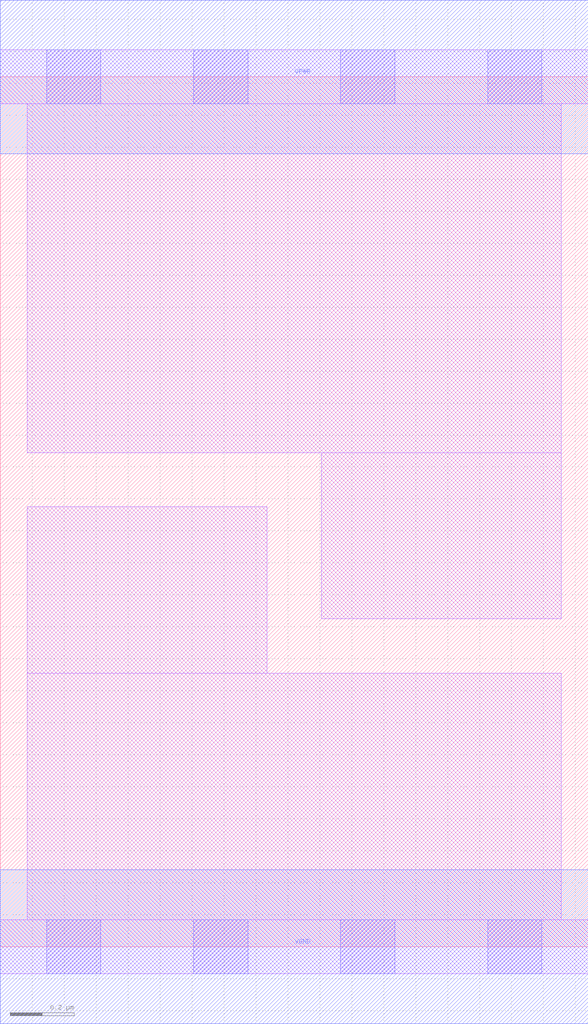
<source format=lef>
# Copyright 2020 The SkyWater PDK Authors
#
# Licensed under the Apache License, Version 2.0 (the "License");
# you may not use this file except in compliance with the License.
# You may obtain a copy of the License at
#
#     https://www.apache.org/licenses/LICENSE-2.0
#
# Unless required by applicable law or agreed to in writing, software
# distributed under the License is distributed on an "AS IS" BASIS,
# WITHOUT WARRANTIES OR CONDITIONS OF ANY KIND, either express or implied.
# See the License for the specific language governing permissions and
# limitations under the License.
#
# SPDX-License-Identifier: Apache-2.0

VERSION 5.7 ;
BUSBITCHARS "[]" ;
DIVIDERCHAR "/" ;
PROPERTYDEFINITIONS
  MACRO maskLayoutSubType STRING ;
  MACRO prCellType STRING ;
  MACRO originalViewName STRING ;
END PROPERTYDEFINITIONS
MACRO sky130_fd_sc_hdll__decap_4
  ORIGIN  0.000000  0.000000 ;
  CLASS CORE ;
  SYMMETRY X Y R90 ;
  SIZE  1.840000 BY  2.720000 ;
  SITE unithd ;
  PIN VGND
    DIRECTION INOUT ;
    USE SIGNAL ;
    PORT
      LAYER met1 ;
        RECT 0.000000 -0.240000 1.840000 0.240000 ;
    END
  END VGND
  PIN VPWR
    DIRECTION INOUT ;
    USE SIGNAL ;
    PORT
      LAYER met1 ;
        RECT 0.000000 2.480000 1.840000 2.960000 ;
    END
  END VPWR
  OBS
    LAYER li1 ;
      RECT 0.000000 -0.085000 1.840000 0.085000 ;
      RECT 0.000000  2.635000 1.840000 2.805000 ;
      RECT 0.085000  0.085000 1.755000 0.855000 ;
      RECT 0.085000  0.855000 0.835000 1.375000 ;
      RECT 0.085000  1.545000 1.755000 2.635000 ;
      RECT 1.005000  1.025000 1.755000 1.545000 ;
    LAYER mcon ;
      RECT 0.145000 -0.085000 0.315000 0.085000 ;
      RECT 0.145000  2.635000 0.315000 2.805000 ;
      RECT 0.605000 -0.085000 0.775000 0.085000 ;
      RECT 0.605000  2.635000 0.775000 2.805000 ;
      RECT 1.065000 -0.085000 1.235000 0.085000 ;
      RECT 1.065000  2.635000 1.235000 2.805000 ;
      RECT 1.525000 -0.085000 1.695000 0.085000 ;
      RECT 1.525000  2.635000 1.695000 2.805000 ;
  END
  PROPERTY maskLayoutSubType "abstract" ;
  PROPERTY prCellType "standard" ;
  PROPERTY originalViewName "layout" ;
END sky130_fd_sc_hdll__decap_4

</source>
